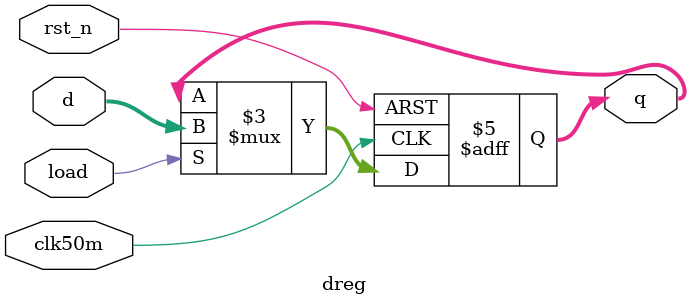
<source format=sv>
/*---------------------------------------------
Project:    Hack Computer
Module:     ALU
Purpose:    Generic register
Author:     Andre Mitterbacher
Version:    v0, 08.05.2019            
---------------------------------------------*/

module dreg
#(
    parameter W = 16
)
(
    input   logic           rst_n,
    input   logic           clk50m,
    input   logic [W-1:0]   d,
    input   logic           load,
    output  logic [W-1:0]   q
);


always_ff @ (negedge rst_n or posedge clk50m) begin
    if (~rst_n) begin
        q <= '0;
    end
    else if(load) begin
        q <= d;
    end
end

endmodule
</source>
